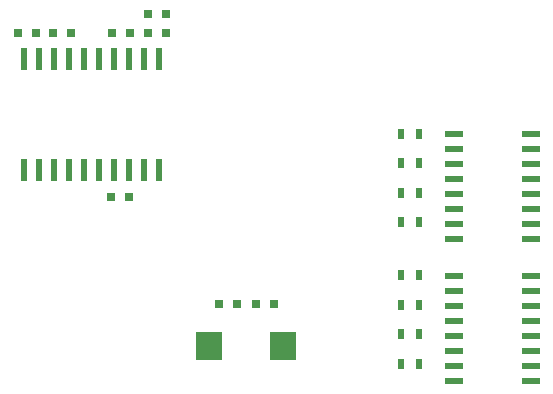
<source format=gbp>
G04 #@! TF.FileFunction,Paste,Bot*
%FSLAX46Y46*%
G04 Gerber Fmt 4.6, Leading zero omitted, Abs format (unit mm)*
G04 Created by KiCad (PCBNEW 4.0.7) date 01/05/18 11:34:56*
%MOMM*%
%LPD*%
G01*
G04 APERTURE LIST*
%ADD10C,0.100000*%
%ADD11R,0.800000X0.750000*%
%ADD12R,0.500000X0.900000*%
%ADD13R,0.600000X1.950000*%
%ADD14R,1.500000X0.600000*%
%ADD15R,2.199640X2.400300*%
G04 APERTURE END LIST*
D10*
D11*
X135940000Y-87466000D03*
X134440000Y-87466000D03*
X135940000Y-85866000D03*
X134440000Y-85866000D03*
X132830000Y-101346000D03*
X131330000Y-101346000D03*
X132940000Y-87466000D03*
X131440000Y-87466000D03*
X126440000Y-87466000D03*
X127940000Y-87466000D03*
X123440000Y-87466000D03*
X124940000Y-87466000D03*
X141950000Y-110400000D03*
X140450000Y-110400000D03*
X143600000Y-110400000D03*
X145100000Y-110400000D03*
D12*
X157370000Y-96008000D03*
X155870000Y-96008000D03*
X157370000Y-108008000D03*
X155870000Y-108008000D03*
X157370000Y-98508000D03*
X155870000Y-98508000D03*
X157370000Y-110508000D03*
X155870000Y-110508000D03*
X157370000Y-101008000D03*
X155870000Y-101008000D03*
X157370000Y-113008000D03*
X155870000Y-113008000D03*
X157370000Y-103508000D03*
X155870000Y-103508000D03*
D13*
X135370000Y-99066000D03*
X134100000Y-99066000D03*
X132830000Y-99066000D03*
X131560000Y-99066000D03*
X130290000Y-99066000D03*
X129020000Y-99066000D03*
X127750000Y-99066000D03*
X126480000Y-99066000D03*
X125210000Y-99066000D03*
X123940000Y-99066000D03*
X123940000Y-89666000D03*
X125210000Y-89666000D03*
X126480000Y-89666000D03*
X127750000Y-89666000D03*
X129020000Y-89666000D03*
X130290000Y-89666000D03*
X131560000Y-89666000D03*
X132830000Y-89666000D03*
X134100000Y-89666000D03*
X135370000Y-89666000D03*
D14*
X160320000Y-104953000D03*
X160320000Y-103683000D03*
X160320000Y-102413000D03*
X160320000Y-101143000D03*
X160320000Y-99873000D03*
X160320000Y-98603000D03*
X160320000Y-97333000D03*
X160320000Y-96063000D03*
X166920000Y-96063000D03*
X166920000Y-97333000D03*
X166920000Y-98603000D03*
X166920000Y-99873000D03*
X166920000Y-101143000D03*
X166920000Y-102413000D03*
X166920000Y-103683000D03*
X166920000Y-104953000D03*
X160320000Y-116953000D03*
X160320000Y-115683000D03*
X160320000Y-114413000D03*
X160320000Y-113143000D03*
X160320000Y-111873000D03*
X160320000Y-110603000D03*
X160320000Y-109333000D03*
X160320000Y-108063000D03*
X166920000Y-108063000D03*
X166920000Y-109333000D03*
X166920000Y-110603000D03*
X166920000Y-111873000D03*
X166920000Y-113143000D03*
X166920000Y-114413000D03*
X166920000Y-115683000D03*
X166920000Y-116953000D03*
D15*
X139600400Y-114000000D03*
X145899600Y-114000000D03*
D12*
X157366400Y-115519200D03*
X155866400Y-115519200D03*
M02*

</source>
